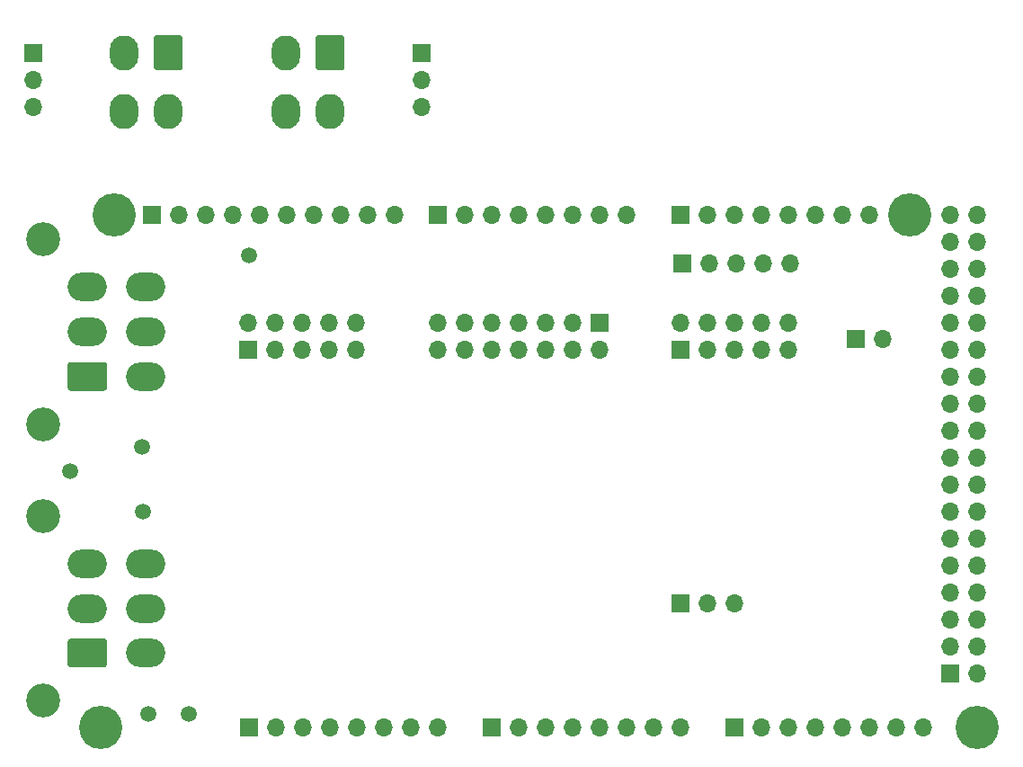
<source format=gbr>
G04 #@! TF.GenerationSoftware,KiCad,Pcbnew,(5.1.9)-1*
G04 #@! TF.CreationDate,2021-09-09T14:46:22-06:00*
G04 #@! TF.ProjectId,standby_controller,7374616e-6462-4795-9f63-6f6e74726f6c,rev?*
G04 #@! TF.SameCoordinates,Original*
G04 #@! TF.FileFunction,Soldermask,Bot*
G04 #@! TF.FilePolarity,Negative*
%FSLAX46Y46*%
G04 Gerber Fmt 4.6, Leading zero omitted, Abs format (unit mm)*
G04 Created by KiCad (PCBNEW (5.1.9)-1) date 2021-09-09 14:46:22*
%MOMM*%
%LPD*%
G01*
G04 APERTURE LIST*
%ADD10O,1.700000X1.700000*%
%ADD11R,1.700000X1.700000*%
%ADD12O,2.700000X3.300000*%
%ADD13O,3.700000X2.700000*%
%ADD14C,3.200000*%
%ADD15C,4.064000*%
%ADD16C,1.500000*%
G04 APERTURE END LIST*
D10*
X147574000Y-60706000D03*
X147574000Y-58166000D03*
D11*
X147574000Y-55626000D03*
D10*
X110998000Y-60706000D03*
X110998000Y-58166000D03*
D11*
X110998000Y-55626000D03*
D10*
X191008000Y-82550000D03*
D11*
X188468000Y-82550000D03*
D10*
X182245000Y-75438000D03*
X179705000Y-75438000D03*
X177165000Y-75438000D03*
X174625000Y-75438000D03*
D11*
X172085000Y-75438000D03*
D10*
X177038000Y-107442000D03*
X174498000Y-107442000D03*
D11*
X171958000Y-107442000D03*
D10*
X182118000Y-81026000D03*
X182118000Y-83566000D03*
X179578000Y-81026000D03*
X179578000Y-83566000D03*
X177038000Y-81026000D03*
X177038000Y-83566000D03*
X174498000Y-81026000D03*
X174498000Y-83566000D03*
X171958000Y-81026000D03*
D11*
X171958000Y-83566000D03*
D10*
X149098000Y-83566000D03*
X149098000Y-81026000D03*
X151638000Y-83566000D03*
X151638000Y-81026000D03*
X154178000Y-83566000D03*
X154178000Y-81026000D03*
X156718000Y-83566000D03*
X156718000Y-81026000D03*
X159258000Y-83566000D03*
X159258000Y-81026000D03*
X161798000Y-83566000D03*
X161798000Y-81026000D03*
X164338000Y-83566000D03*
D11*
X164338000Y-81026000D03*
D10*
X141351000Y-81026000D03*
X141351000Y-83566000D03*
X138811000Y-81026000D03*
X138811000Y-83566000D03*
X136271000Y-81026000D03*
X136271000Y-83566000D03*
X133731000Y-81026000D03*
X133731000Y-83566000D03*
X131191000Y-81026000D03*
D11*
X131191000Y-83566000D03*
D12*
X134738000Y-61126000D03*
X138938000Y-61126000D03*
X134738000Y-55626000D03*
G36*
G01*
X140288000Y-54226001D02*
X140288000Y-57025999D01*
G75*
G02*
X140037999Y-57276000I-250001J0D01*
G01*
X137838001Y-57276000D01*
G75*
G02*
X137588000Y-57025999I0J250001D01*
G01*
X137588000Y-54226001D01*
G75*
G02*
X137838001Y-53976000I250001J0D01*
G01*
X140037999Y-53976000D01*
G75*
G02*
X140288000Y-54226001I0J-250001D01*
G01*
G37*
X119498000Y-61126000D03*
X123698000Y-61126000D03*
X119498000Y-55626000D03*
G36*
G01*
X125048000Y-54226001D02*
X125048000Y-57025999D01*
G75*
G02*
X124797999Y-57276000I-250001J0D01*
G01*
X122598001Y-57276000D01*
G75*
G02*
X122348000Y-57025999I0J250001D01*
G01*
X122348000Y-54226001D01*
G75*
G02*
X122598001Y-53976000I250001J0D01*
G01*
X124797999Y-53976000D01*
G75*
G02*
X125048000Y-54226001I0J-250001D01*
G01*
G37*
D11*
X197358000Y-114046000D03*
D10*
X199898000Y-114046000D03*
X197358000Y-111506000D03*
X199898000Y-111506000D03*
X197358000Y-108966000D03*
X199898000Y-108966000D03*
X197358000Y-106426000D03*
X199898000Y-106426000D03*
X197358000Y-103886000D03*
X199898000Y-103886000D03*
X197358000Y-101346000D03*
X199898000Y-101346000D03*
X197358000Y-98806000D03*
X199898000Y-98806000D03*
X197358000Y-96266000D03*
X199898000Y-96266000D03*
X197358000Y-93726000D03*
X199898000Y-93726000D03*
X197358000Y-91186000D03*
X199898000Y-91186000D03*
X197358000Y-88646000D03*
X199898000Y-88646000D03*
X197358000Y-86106000D03*
X199898000Y-86106000D03*
X197358000Y-83566000D03*
X199898000Y-83566000D03*
X197358000Y-81026000D03*
X199898000Y-81026000D03*
X197358000Y-78486000D03*
X199898000Y-78486000D03*
X197358000Y-75946000D03*
X199898000Y-75946000D03*
X197358000Y-73406000D03*
X199898000Y-73406000D03*
X197358000Y-70866000D03*
X199898000Y-70866000D03*
D11*
X122174000Y-70866000D03*
D10*
X124714000Y-70866000D03*
X127254000Y-70866000D03*
X129794000Y-70866000D03*
X132334000Y-70866000D03*
X134874000Y-70866000D03*
X137414000Y-70866000D03*
X139954000Y-70866000D03*
X142494000Y-70866000D03*
X145034000Y-70866000D03*
X189738000Y-70866000D03*
X187198000Y-70866000D03*
X184658000Y-70866000D03*
X182118000Y-70866000D03*
X179578000Y-70866000D03*
X177038000Y-70866000D03*
X174498000Y-70866000D03*
D11*
X171958000Y-70866000D03*
G36*
G01*
X117677999Y-87456000D02*
X114478001Y-87456000D01*
G75*
G02*
X114228000Y-87205999I0J250001D01*
G01*
X114228000Y-85006001D01*
G75*
G02*
X114478001Y-84756000I250001J0D01*
G01*
X117677999Y-84756000D01*
G75*
G02*
X117928000Y-85006001I0J-250001D01*
G01*
X117928000Y-87205999D01*
G75*
G02*
X117677999Y-87456000I-250001J0D01*
G01*
G37*
D13*
X116078000Y-81906000D03*
X116078000Y-77706000D03*
X121578000Y-86106000D03*
X121578000Y-81906000D03*
X121578000Y-77706000D03*
D14*
X111878000Y-90606000D03*
X111878000Y-73206000D03*
D15*
X117348000Y-119126000D03*
X199898000Y-119126000D03*
X118618000Y-70866000D03*
X193548000Y-70866000D03*
D11*
X131318000Y-119126000D03*
D10*
X133858000Y-119126000D03*
X136398000Y-119126000D03*
X138938000Y-119126000D03*
X141478000Y-119126000D03*
X144018000Y-119126000D03*
X146558000Y-119126000D03*
X149098000Y-119126000D03*
D11*
X154178000Y-119126000D03*
D10*
X156718000Y-119126000D03*
X159258000Y-119126000D03*
X161798000Y-119126000D03*
X164338000Y-119126000D03*
X166878000Y-119126000D03*
X169418000Y-119126000D03*
X171958000Y-119126000D03*
D11*
X177038000Y-119126000D03*
D10*
X179578000Y-119126000D03*
X182118000Y-119126000D03*
X184658000Y-119126000D03*
X187198000Y-119126000D03*
X189738000Y-119126000D03*
X192278000Y-119126000D03*
X194818000Y-119126000D03*
X166878000Y-70866000D03*
X164338000Y-70866000D03*
X161798000Y-70866000D03*
X159258000Y-70866000D03*
X156718000Y-70866000D03*
X154178000Y-70866000D03*
X151638000Y-70866000D03*
D11*
X149098000Y-70866000D03*
D14*
X111878000Y-99241000D03*
X111878000Y-116641000D03*
D13*
X121578000Y-103741000D03*
X121578000Y-107941000D03*
X121578000Y-112141000D03*
X116078000Y-103741000D03*
X116078000Y-107941000D03*
G36*
G01*
X117677999Y-113491000D02*
X114478001Y-113491000D01*
G75*
G02*
X114228000Y-113240999I0J250001D01*
G01*
X114228000Y-111041001D01*
G75*
G02*
X114478001Y-110791000I250001J0D01*
G01*
X117677999Y-110791000D01*
G75*
G02*
X117928000Y-111041001I0J-250001D01*
G01*
X117928000Y-113240999D01*
G75*
G02*
X117677999Y-113491000I-250001J0D01*
G01*
G37*
D16*
X114427000Y-94996000D03*
X125603000Y-117856000D03*
X121793000Y-117856000D03*
X131318000Y-74676000D03*
X121221500Y-92710000D03*
X121285000Y-98869500D03*
M02*

</source>
